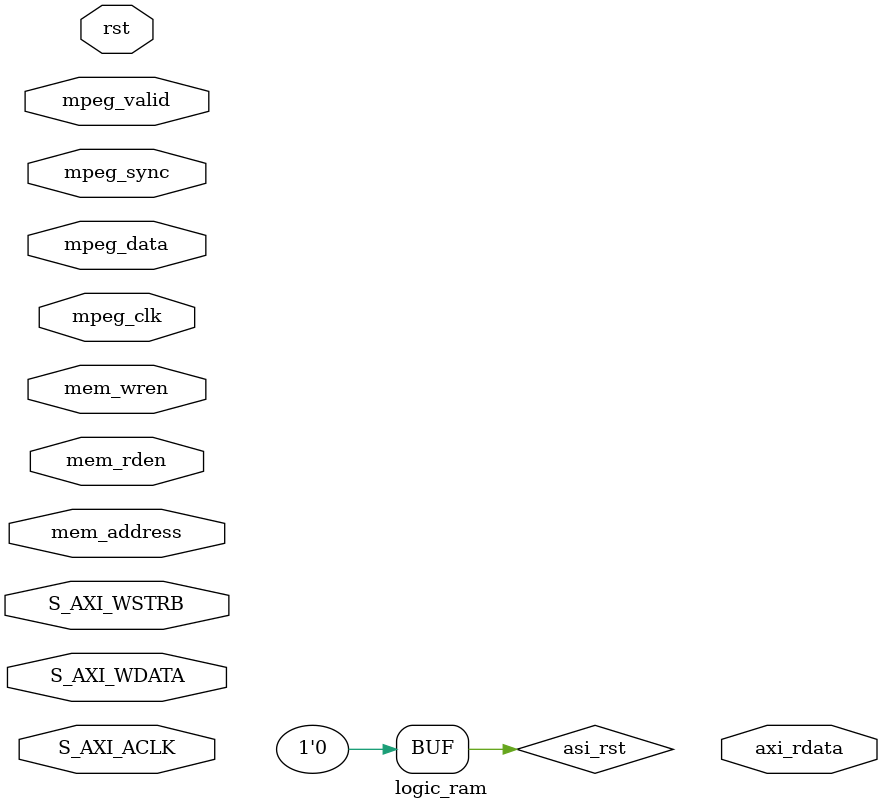
<source format=v>

`include "MatchReplace.v"
`include "ts_to_asi.v"
module logic_ram #(
		parameter integer C_S_AXI_DATA_WIDTH = 32,
		parameter integer OPT_MEM_ADDR_BITS = 3,
		parameter FILTER_MAX_NUM = 32
	)
	(
		input [7:0] mpeg_data,
		input mpeg_clk,
		input mpeg_valid,
		input mpeg_sync,
		input rst,
		input S_AXI_ACLK,
		input [(C_S_AXI_DATA_WIDTH/8)-1 : 0] S_AXI_WSTRB,
		input [C_S_AXI_DATA_WIDTH-1 : 0] S_AXI_WDATA,
		input mem_rden,
		input mem_wren,
		input [OPT_MEM_ADDR_BITS:0] mem_address,
		output[C_S_AXI_DATA_WIDTH-1 : 0] axi_rdata
	);
		
	parameter PACK_BYTE_SIZE = 188;
    //mem addr define
    parameter INPUT_PARAM_OFFSET=0;
    parameter REPLACE_TS_OFFSET=INPUT_PARAM_OFFSET+4;
    parameter MONITOR_READY_OFFSET=REPLACE_TS_OFFSET+PACK_BYTE_SIZE;
    parameter MONITOR_TS_OFFSET=MONITOR_READY_OFFSET+128;
	
	// implement Block RAM(s)
	reg [8-1:0] byte_ram [0 : 1024 * 8];
	reg replace_add,replace_del,monitor_add,monitor_del;
	reg [12:0] pid_in;
	reg [7:0] slot_idx,input_cursor;
	reg [7:0] monitor_cursor[FILTER_MAX_NUM-1:0] ,monitor_slot;
	
	wire[FILTER_MAX_NUM-1:0] dump_flag;
	wire[7:0] ts_out,dump_data;
	wire ts_out_clk,ts_out_valid,ts_out_sync;
	integer i;
	reg[FILTER_MAX_NUM-1:0] start_recv_monitor;
	
	reg [FILTER_MAX_NUM-1:0] begin_read;
	wire [7:0] copy_data[FILTER_MAX_NUM-1:0];
	wire df_ready[FILTER_MAX_NUM-1:0];
	
	
	
	always @(posedge S_AXI_ACLK) begin
		if (mem_wren) begin
			case(mem_address)
				INPUT_PARAM_OFFSET:begin
					replace_add=S_AXI_WDATA[0];
					replace_del=S_AXI_WDATA[1];
					monitor_add=S_AXI_WDATA[2];
					monitor_del=S_AXI_WDATA[3];
					slot_idx=S_AXI_WDATA[27:20];
					if(monitor_add) begin
						pid_in=S_AXI_WDATA[16:4];
						start_recv_monitor[slot_idx]=0;
						byte_ram[MONITOR_READY_OFFSET+slot_idx]=0;
					end
					input_cursor=0;
				end
				REPLACE_TS_OFFSET:begin
					//byte_ram[REPLACE_TS_OFFSET+input_cursor]=S_AXI_WDATA[7:0];
					pid_in[7:0]=S_AXI_WDATA[7:0];
					input_cursor=input_cursor+1;
					if(input_cursor>=PACK_BYTE_SIZE) begin
						input_cursor=0;
					end
				end
			endcase
		end
	end
	
	always @(posedge ts_out_clk) begin
		if(dump_flag>0&&ts_out_valid==1&&ts_out_sync==1) begin
			for(i=0;i<=FILTER_MAX_NUM-1;i=i+1) begin
				if(dump_flag[i]) monitor_slot=i;
			end
			monitor_cursor[monitor_slot]=0;
			if(byte_ram[MONITOR_READY_OFFSET+monitor_slot]==0)
				start_recv_monitor[monitor_slot]=1;
		end
		  
		if(start_recv_monitor[monitor_slot]) begin	 
			byte_ram[MONITOR_TS_OFFSET+monitor_slot*PACK_BYTE_SIZE+monitor_cursor[monitor_slot]] = dump_data;
			$display("[logic_ram dump]monitor_slot:%d :%h", monitor_slot,byte_ram[MONITOR_TS_OFFSET+monitor_slot*PACK_BYTE_SIZE+monitor_cursor[monitor_slot]]);
			monitor_cursor[monitor_slot]=monitor_cursor[monitor_slot]+1;
			if(monitor_cursor[monitor_slot]>=PACK_BYTE_SIZE) begin
				monitor_cursor[monitor_slot]=0;
				byte_ram[MONITOR_READY_OFFSET+monitor_slot]=1;
				start_recv_monitor[monitor_slot]=0;
			end
		end
	end
	
	match_replace_module#(.FILTER_MAX_NUM( FILTER_MAX_NUM)) A1(
    .mpeg_data(mpeg_data),
    .mpeg_clk(mpeg_clk),
    .mpeg_valid(mpeg_valid),
    .mpeg_sync(mpeg_sync),
    .rst(rst),
    .axi_clk(S_AXI_ACLK),
    .axi_wren(mem_wren),
    .replace_add(replace_add),
    .replace_del(replace_del),
    .monitor_add(monitor_add),
    .monitor_del(monitor_del),
    .pid_in(pid_in),
    .slot_idx(slot_idx),
    .ts_clk(ts_out_clk),
    .ts_valid(ts_out_valid),
    .ts_sync(ts_out_sync),
    .ts_out(ts_out),
    .dump_flag(dump_flag),
    .dump_data(dump_data)
    );
  
  reg asi_rst;
  //reg[7:0] ts_asi_in;
  wire[7:0] ts_asi_out;
  sim_ts_to_asi A3(
    .clk(mpeg_clk),
    .rst(asi_rst),
    .din(ts_out),
    .dout(ts_asi_out)
    );   
  initial begin
    asi_rst=1;
    #20 asi_rst=0;
  end
	
endmodule

</source>
